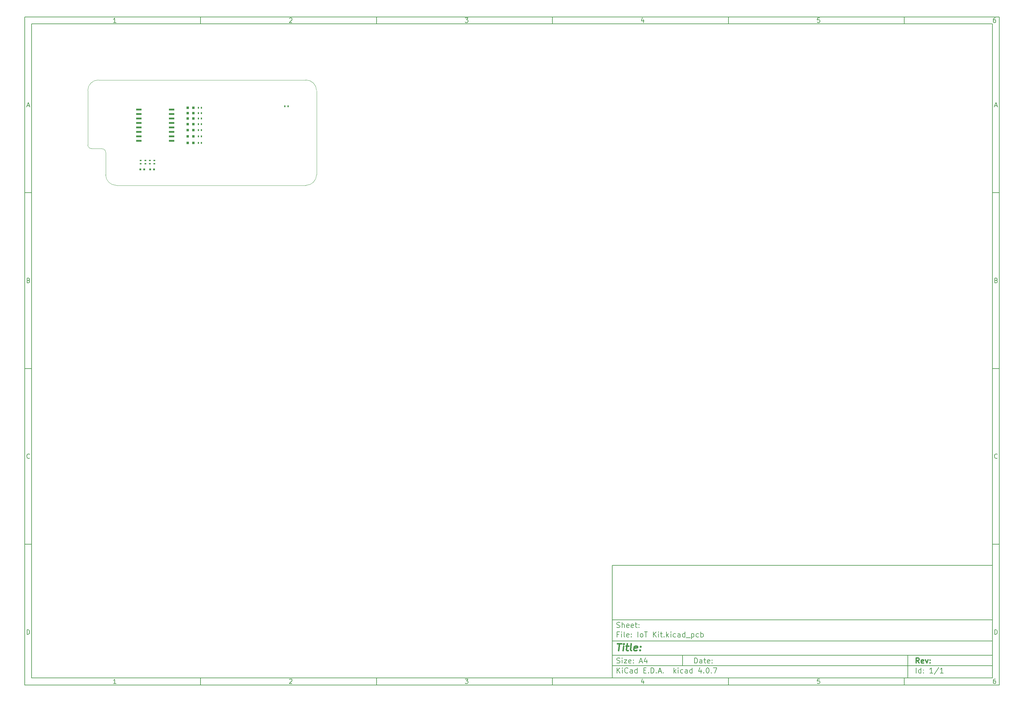
<source format=gbr>
G04 #@! TF.FileFunction,Paste,Top*
%FSLAX46Y46*%
G04 Gerber Fmt 4.6, Leading zero omitted, Abs format (unit mm)*
G04 Created by KiCad (PCBNEW 4.0.7) date Thursday 07 December 2017 'o51' 11:51:57*
%MOMM*%
%LPD*%
G01*
G04 APERTURE LIST*
%ADD10C,0.100000*%
%ADD11C,0.150000*%
%ADD12C,0.300000*%
%ADD13C,0.400000*%
%ADD14R,1.500000X0.600000*%
%ADD15R,0.600000X0.500000*%
%ADD16R,0.800000X0.800000*%
%ADD17R,0.600000X0.400000*%
%ADD18R,0.400000X0.600000*%
G04 APERTURE END LIST*
D10*
D11*
X177002200Y-166007200D02*
X177002200Y-198007200D01*
X285002200Y-198007200D01*
X285002200Y-166007200D01*
X177002200Y-166007200D01*
D10*
D11*
X10000000Y-10000000D02*
X10000000Y-200007200D01*
X287002200Y-200007200D01*
X287002200Y-10000000D01*
X10000000Y-10000000D01*
D10*
D11*
X12000000Y-12000000D02*
X12000000Y-198007200D01*
X285002200Y-198007200D01*
X285002200Y-12000000D01*
X12000000Y-12000000D01*
D10*
D11*
X60000000Y-12000000D02*
X60000000Y-10000000D01*
D10*
D11*
X110000000Y-12000000D02*
X110000000Y-10000000D01*
D10*
D11*
X160000000Y-12000000D02*
X160000000Y-10000000D01*
D10*
D11*
X210000000Y-12000000D02*
X210000000Y-10000000D01*
D10*
D11*
X260000000Y-12000000D02*
X260000000Y-10000000D01*
D10*
D11*
X35990476Y-11588095D02*
X35247619Y-11588095D01*
X35619048Y-11588095D02*
X35619048Y-10288095D01*
X35495238Y-10473810D01*
X35371429Y-10597619D01*
X35247619Y-10659524D01*
D10*
D11*
X85247619Y-10411905D02*
X85309524Y-10350000D01*
X85433333Y-10288095D01*
X85742857Y-10288095D01*
X85866667Y-10350000D01*
X85928571Y-10411905D01*
X85990476Y-10535714D01*
X85990476Y-10659524D01*
X85928571Y-10845238D01*
X85185714Y-11588095D01*
X85990476Y-11588095D01*
D10*
D11*
X135185714Y-10288095D02*
X135990476Y-10288095D01*
X135557143Y-10783333D01*
X135742857Y-10783333D01*
X135866667Y-10845238D01*
X135928571Y-10907143D01*
X135990476Y-11030952D01*
X135990476Y-11340476D01*
X135928571Y-11464286D01*
X135866667Y-11526190D01*
X135742857Y-11588095D01*
X135371429Y-11588095D01*
X135247619Y-11526190D01*
X135185714Y-11464286D01*
D10*
D11*
X185866667Y-10721429D02*
X185866667Y-11588095D01*
X185557143Y-10226190D02*
X185247619Y-11154762D01*
X186052381Y-11154762D01*
D10*
D11*
X235928571Y-10288095D02*
X235309524Y-10288095D01*
X235247619Y-10907143D01*
X235309524Y-10845238D01*
X235433333Y-10783333D01*
X235742857Y-10783333D01*
X235866667Y-10845238D01*
X235928571Y-10907143D01*
X235990476Y-11030952D01*
X235990476Y-11340476D01*
X235928571Y-11464286D01*
X235866667Y-11526190D01*
X235742857Y-11588095D01*
X235433333Y-11588095D01*
X235309524Y-11526190D01*
X235247619Y-11464286D01*
D10*
D11*
X285866667Y-10288095D02*
X285619048Y-10288095D01*
X285495238Y-10350000D01*
X285433333Y-10411905D01*
X285309524Y-10597619D01*
X285247619Y-10845238D01*
X285247619Y-11340476D01*
X285309524Y-11464286D01*
X285371429Y-11526190D01*
X285495238Y-11588095D01*
X285742857Y-11588095D01*
X285866667Y-11526190D01*
X285928571Y-11464286D01*
X285990476Y-11340476D01*
X285990476Y-11030952D01*
X285928571Y-10907143D01*
X285866667Y-10845238D01*
X285742857Y-10783333D01*
X285495238Y-10783333D01*
X285371429Y-10845238D01*
X285309524Y-10907143D01*
X285247619Y-11030952D01*
D10*
D11*
X60000000Y-198007200D02*
X60000000Y-200007200D01*
D10*
D11*
X110000000Y-198007200D02*
X110000000Y-200007200D01*
D10*
D11*
X160000000Y-198007200D02*
X160000000Y-200007200D01*
D10*
D11*
X210000000Y-198007200D02*
X210000000Y-200007200D01*
D10*
D11*
X260000000Y-198007200D02*
X260000000Y-200007200D01*
D10*
D11*
X35990476Y-199595295D02*
X35247619Y-199595295D01*
X35619048Y-199595295D02*
X35619048Y-198295295D01*
X35495238Y-198481010D01*
X35371429Y-198604819D01*
X35247619Y-198666724D01*
D10*
D11*
X85247619Y-198419105D02*
X85309524Y-198357200D01*
X85433333Y-198295295D01*
X85742857Y-198295295D01*
X85866667Y-198357200D01*
X85928571Y-198419105D01*
X85990476Y-198542914D01*
X85990476Y-198666724D01*
X85928571Y-198852438D01*
X85185714Y-199595295D01*
X85990476Y-199595295D01*
D10*
D11*
X135185714Y-198295295D02*
X135990476Y-198295295D01*
X135557143Y-198790533D01*
X135742857Y-198790533D01*
X135866667Y-198852438D01*
X135928571Y-198914343D01*
X135990476Y-199038152D01*
X135990476Y-199347676D01*
X135928571Y-199471486D01*
X135866667Y-199533390D01*
X135742857Y-199595295D01*
X135371429Y-199595295D01*
X135247619Y-199533390D01*
X135185714Y-199471486D01*
D10*
D11*
X185866667Y-198728629D02*
X185866667Y-199595295D01*
X185557143Y-198233390D02*
X185247619Y-199161962D01*
X186052381Y-199161962D01*
D10*
D11*
X235928571Y-198295295D02*
X235309524Y-198295295D01*
X235247619Y-198914343D01*
X235309524Y-198852438D01*
X235433333Y-198790533D01*
X235742857Y-198790533D01*
X235866667Y-198852438D01*
X235928571Y-198914343D01*
X235990476Y-199038152D01*
X235990476Y-199347676D01*
X235928571Y-199471486D01*
X235866667Y-199533390D01*
X235742857Y-199595295D01*
X235433333Y-199595295D01*
X235309524Y-199533390D01*
X235247619Y-199471486D01*
D10*
D11*
X285866667Y-198295295D02*
X285619048Y-198295295D01*
X285495238Y-198357200D01*
X285433333Y-198419105D01*
X285309524Y-198604819D01*
X285247619Y-198852438D01*
X285247619Y-199347676D01*
X285309524Y-199471486D01*
X285371429Y-199533390D01*
X285495238Y-199595295D01*
X285742857Y-199595295D01*
X285866667Y-199533390D01*
X285928571Y-199471486D01*
X285990476Y-199347676D01*
X285990476Y-199038152D01*
X285928571Y-198914343D01*
X285866667Y-198852438D01*
X285742857Y-198790533D01*
X285495238Y-198790533D01*
X285371429Y-198852438D01*
X285309524Y-198914343D01*
X285247619Y-199038152D01*
D10*
D11*
X10000000Y-60000000D02*
X12000000Y-60000000D01*
D10*
D11*
X10000000Y-110000000D02*
X12000000Y-110000000D01*
D10*
D11*
X10000000Y-160000000D02*
X12000000Y-160000000D01*
D10*
D11*
X10690476Y-35216667D02*
X11309524Y-35216667D01*
X10566667Y-35588095D02*
X11000000Y-34288095D01*
X11433333Y-35588095D01*
D10*
D11*
X11092857Y-84907143D02*
X11278571Y-84969048D01*
X11340476Y-85030952D01*
X11402381Y-85154762D01*
X11402381Y-85340476D01*
X11340476Y-85464286D01*
X11278571Y-85526190D01*
X11154762Y-85588095D01*
X10659524Y-85588095D01*
X10659524Y-84288095D01*
X11092857Y-84288095D01*
X11216667Y-84350000D01*
X11278571Y-84411905D01*
X11340476Y-84535714D01*
X11340476Y-84659524D01*
X11278571Y-84783333D01*
X11216667Y-84845238D01*
X11092857Y-84907143D01*
X10659524Y-84907143D01*
D10*
D11*
X11402381Y-135464286D02*
X11340476Y-135526190D01*
X11154762Y-135588095D01*
X11030952Y-135588095D01*
X10845238Y-135526190D01*
X10721429Y-135402381D01*
X10659524Y-135278571D01*
X10597619Y-135030952D01*
X10597619Y-134845238D01*
X10659524Y-134597619D01*
X10721429Y-134473810D01*
X10845238Y-134350000D01*
X11030952Y-134288095D01*
X11154762Y-134288095D01*
X11340476Y-134350000D01*
X11402381Y-134411905D01*
D10*
D11*
X10659524Y-185588095D02*
X10659524Y-184288095D01*
X10969048Y-184288095D01*
X11154762Y-184350000D01*
X11278571Y-184473810D01*
X11340476Y-184597619D01*
X11402381Y-184845238D01*
X11402381Y-185030952D01*
X11340476Y-185278571D01*
X11278571Y-185402381D01*
X11154762Y-185526190D01*
X10969048Y-185588095D01*
X10659524Y-185588095D01*
D10*
D11*
X287002200Y-60000000D02*
X285002200Y-60000000D01*
D10*
D11*
X287002200Y-110000000D02*
X285002200Y-110000000D01*
D10*
D11*
X287002200Y-160000000D02*
X285002200Y-160000000D01*
D10*
D11*
X285692676Y-35216667D02*
X286311724Y-35216667D01*
X285568867Y-35588095D02*
X286002200Y-34288095D01*
X286435533Y-35588095D01*
D10*
D11*
X286095057Y-84907143D02*
X286280771Y-84969048D01*
X286342676Y-85030952D01*
X286404581Y-85154762D01*
X286404581Y-85340476D01*
X286342676Y-85464286D01*
X286280771Y-85526190D01*
X286156962Y-85588095D01*
X285661724Y-85588095D01*
X285661724Y-84288095D01*
X286095057Y-84288095D01*
X286218867Y-84350000D01*
X286280771Y-84411905D01*
X286342676Y-84535714D01*
X286342676Y-84659524D01*
X286280771Y-84783333D01*
X286218867Y-84845238D01*
X286095057Y-84907143D01*
X285661724Y-84907143D01*
D10*
D11*
X286404581Y-135464286D02*
X286342676Y-135526190D01*
X286156962Y-135588095D01*
X286033152Y-135588095D01*
X285847438Y-135526190D01*
X285723629Y-135402381D01*
X285661724Y-135278571D01*
X285599819Y-135030952D01*
X285599819Y-134845238D01*
X285661724Y-134597619D01*
X285723629Y-134473810D01*
X285847438Y-134350000D01*
X286033152Y-134288095D01*
X286156962Y-134288095D01*
X286342676Y-134350000D01*
X286404581Y-134411905D01*
D10*
D11*
X285661724Y-185588095D02*
X285661724Y-184288095D01*
X285971248Y-184288095D01*
X286156962Y-184350000D01*
X286280771Y-184473810D01*
X286342676Y-184597619D01*
X286404581Y-184845238D01*
X286404581Y-185030952D01*
X286342676Y-185278571D01*
X286280771Y-185402381D01*
X286156962Y-185526190D01*
X285971248Y-185588095D01*
X285661724Y-185588095D01*
D10*
D11*
X200359343Y-193785771D02*
X200359343Y-192285771D01*
X200716486Y-192285771D01*
X200930771Y-192357200D01*
X201073629Y-192500057D01*
X201145057Y-192642914D01*
X201216486Y-192928629D01*
X201216486Y-193142914D01*
X201145057Y-193428629D01*
X201073629Y-193571486D01*
X200930771Y-193714343D01*
X200716486Y-193785771D01*
X200359343Y-193785771D01*
X202502200Y-193785771D02*
X202502200Y-193000057D01*
X202430771Y-192857200D01*
X202287914Y-192785771D01*
X202002200Y-192785771D01*
X201859343Y-192857200D01*
X202502200Y-193714343D02*
X202359343Y-193785771D01*
X202002200Y-193785771D01*
X201859343Y-193714343D01*
X201787914Y-193571486D01*
X201787914Y-193428629D01*
X201859343Y-193285771D01*
X202002200Y-193214343D01*
X202359343Y-193214343D01*
X202502200Y-193142914D01*
X203002200Y-192785771D02*
X203573629Y-192785771D01*
X203216486Y-192285771D02*
X203216486Y-193571486D01*
X203287914Y-193714343D01*
X203430772Y-193785771D01*
X203573629Y-193785771D01*
X204645057Y-193714343D02*
X204502200Y-193785771D01*
X204216486Y-193785771D01*
X204073629Y-193714343D01*
X204002200Y-193571486D01*
X204002200Y-193000057D01*
X204073629Y-192857200D01*
X204216486Y-192785771D01*
X204502200Y-192785771D01*
X204645057Y-192857200D01*
X204716486Y-193000057D01*
X204716486Y-193142914D01*
X204002200Y-193285771D01*
X205359343Y-193642914D02*
X205430771Y-193714343D01*
X205359343Y-193785771D01*
X205287914Y-193714343D01*
X205359343Y-193642914D01*
X205359343Y-193785771D01*
X205359343Y-192857200D02*
X205430771Y-192928629D01*
X205359343Y-193000057D01*
X205287914Y-192928629D01*
X205359343Y-192857200D01*
X205359343Y-193000057D01*
D10*
D11*
X177002200Y-194507200D02*
X285002200Y-194507200D01*
D10*
D11*
X178359343Y-196585771D02*
X178359343Y-195085771D01*
X179216486Y-196585771D02*
X178573629Y-195728629D01*
X179216486Y-195085771D02*
X178359343Y-195942914D01*
X179859343Y-196585771D02*
X179859343Y-195585771D01*
X179859343Y-195085771D02*
X179787914Y-195157200D01*
X179859343Y-195228629D01*
X179930771Y-195157200D01*
X179859343Y-195085771D01*
X179859343Y-195228629D01*
X181430772Y-196442914D02*
X181359343Y-196514343D01*
X181145057Y-196585771D01*
X181002200Y-196585771D01*
X180787915Y-196514343D01*
X180645057Y-196371486D01*
X180573629Y-196228629D01*
X180502200Y-195942914D01*
X180502200Y-195728629D01*
X180573629Y-195442914D01*
X180645057Y-195300057D01*
X180787915Y-195157200D01*
X181002200Y-195085771D01*
X181145057Y-195085771D01*
X181359343Y-195157200D01*
X181430772Y-195228629D01*
X182716486Y-196585771D02*
X182716486Y-195800057D01*
X182645057Y-195657200D01*
X182502200Y-195585771D01*
X182216486Y-195585771D01*
X182073629Y-195657200D01*
X182716486Y-196514343D02*
X182573629Y-196585771D01*
X182216486Y-196585771D01*
X182073629Y-196514343D01*
X182002200Y-196371486D01*
X182002200Y-196228629D01*
X182073629Y-196085771D01*
X182216486Y-196014343D01*
X182573629Y-196014343D01*
X182716486Y-195942914D01*
X184073629Y-196585771D02*
X184073629Y-195085771D01*
X184073629Y-196514343D02*
X183930772Y-196585771D01*
X183645058Y-196585771D01*
X183502200Y-196514343D01*
X183430772Y-196442914D01*
X183359343Y-196300057D01*
X183359343Y-195871486D01*
X183430772Y-195728629D01*
X183502200Y-195657200D01*
X183645058Y-195585771D01*
X183930772Y-195585771D01*
X184073629Y-195657200D01*
X185930772Y-195800057D02*
X186430772Y-195800057D01*
X186645058Y-196585771D02*
X185930772Y-196585771D01*
X185930772Y-195085771D01*
X186645058Y-195085771D01*
X187287915Y-196442914D02*
X187359343Y-196514343D01*
X187287915Y-196585771D01*
X187216486Y-196514343D01*
X187287915Y-196442914D01*
X187287915Y-196585771D01*
X188002201Y-196585771D02*
X188002201Y-195085771D01*
X188359344Y-195085771D01*
X188573629Y-195157200D01*
X188716487Y-195300057D01*
X188787915Y-195442914D01*
X188859344Y-195728629D01*
X188859344Y-195942914D01*
X188787915Y-196228629D01*
X188716487Y-196371486D01*
X188573629Y-196514343D01*
X188359344Y-196585771D01*
X188002201Y-196585771D01*
X189502201Y-196442914D02*
X189573629Y-196514343D01*
X189502201Y-196585771D01*
X189430772Y-196514343D01*
X189502201Y-196442914D01*
X189502201Y-196585771D01*
X190145058Y-196157200D02*
X190859344Y-196157200D01*
X190002201Y-196585771D02*
X190502201Y-195085771D01*
X191002201Y-196585771D01*
X191502201Y-196442914D02*
X191573629Y-196514343D01*
X191502201Y-196585771D01*
X191430772Y-196514343D01*
X191502201Y-196442914D01*
X191502201Y-196585771D01*
X194502201Y-196585771D02*
X194502201Y-195085771D01*
X194645058Y-196014343D02*
X195073629Y-196585771D01*
X195073629Y-195585771D02*
X194502201Y-196157200D01*
X195716487Y-196585771D02*
X195716487Y-195585771D01*
X195716487Y-195085771D02*
X195645058Y-195157200D01*
X195716487Y-195228629D01*
X195787915Y-195157200D01*
X195716487Y-195085771D01*
X195716487Y-195228629D01*
X197073630Y-196514343D02*
X196930773Y-196585771D01*
X196645059Y-196585771D01*
X196502201Y-196514343D01*
X196430773Y-196442914D01*
X196359344Y-196300057D01*
X196359344Y-195871486D01*
X196430773Y-195728629D01*
X196502201Y-195657200D01*
X196645059Y-195585771D01*
X196930773Y-195585771D01*
X197073630Y-195657200D01*
X198359344Y-196585771D02*
X198359344Y-195800057D01*
X198287915Y-195657200D01*
X198145058Y-195585771D01*
X197859344Y-195585771D01*
X197716487Y-195657200D01*
X198359344Y-196514343D02*
X198216487Y-196585771D01*
X197859344Y-196585771D01*
X197716487Y-196514343D01*
X197645058Y-196371486D01*
X197645058Y-196228629D01*
X197716487Y-196085771D01*
X197859344Y-196014343D01*
X198216487Y-196014343D01*
X198359344Y-195942914D01*
X199716487Y-196585771D02*
X199716487Y-195085771D01*
X199716487Y-196514343D02*
X199573630Y-196585771D01*
X199287916Y-196585771D01*
X199145058Y-196514343D01*
X199073630Y-196442914D01*
X199002201Y-196300057D01*
X199002201Y-195871486D01*
X199073630Y-195728629D01*
X199145058Y-195657200D01*
X199287916Y-195585771D01*
X199573630Y-195585771D01*
X199716487Y-195657200D01*
X202216487Y-195585771D02*
X202216487Y-196585771D01*
X201859344Y-195014343D02*
X201502201Y-196085771D01*
X202430773Y-196085771D01*
X203002201Y-196442914D02*
X203073629Y-196514343D01*
X203002201Y-196585771D01*
X202930772Y-196514343D01*
X203002201Y-196442914D01*
X203002201Y-196585771D01*
X204002201Y-195085771D02*
X204145058Y-195085771D01*
X204287915Y-195157200D01*
X204359344Y-195228629D01*
X204430773Y-195371486D01*
X204502201Y-195657200D01*
X204502201Y-196014343D01*
X204430773Y-196300057D01*
X204359344Y-196442914D01*
X204287915Y-196514343D01*
X204145058Y-196585771D01*
X204002201Y-196585771D01*
X203859344Y-196514343D01*
X203787915Y-196442914D01*
X203716487Y-196300057D01*
X203645058Y-196014343D01*
X203645058Y-195657200D01*
X203716487Y-195371486D01*
X203787915Y-195228629D01*
X203859344Y-195157200D01*
X204002201Y-195085771D01*
X205145058Y-196442914D02*
X205216486Y-196514343D01*
X205145058Y-196585771D01*
X205073629Y-196514343D01*
X205145058Y-196442914D01*
X205145058Y-196585771D01*
X205716487Y-195085771D02*
X206716487Y-195085771D01*
X206073630Y-196585771D01*
D10*
D11*
X177002200Y-191507200D02*
X285002200Y-191507200D01*
D10*
D12*
X264216486Y-193785771D02*
X263716486Y-193071486D01*
X263359343Y-193785771D02*
X263359343Y-192285771D01*
X263930771Y-192285771D01*
X264073629Y-192357200D01*
X264145057Y-192428629D01*
X264216486Y-192571486D01*
X264216486Y-192785771D01*
X264145057Y-192928629D01*
X264073629Y-193000057D01*
X263930771Y-193071486D01*
X263359343Y-193071486D01*
X265430771Y-193714343D02*
X265287914Y-193785771D01*
X265002200Y-193785771D01*
X264859343Y-193714343D01*
X264787914Y-193571486D01*
X264787914Y-193000057D01*
X264859343Y-192857200D01*
X265002200Y-192785771D01*
X265287914Y-192785771D01*
X265430771Y-192857200D01*
X265502200Y-193000057D01*
X265502200Y-193142914D01*
X264787914Y-193285771D01*
X266002200Y-192785771D02*
X266359343Y-193785771D01*
X266716485Y-192785771D01*
X267287914Y-193642914D02*
X267359342Y-193714343D01*
X267287914Y-193785771D01*
X267216485Y-193714343D01*
X267287914Y-193642914D01*
X267287914Y-193785771D01*
X267287914Y-192857200D02*
X267359342Y-192928629D01*
X267287914Y-193000057D01*
X267216485Y-192928629D01*
X267287914Y-192857200D01*
X267287914Y-193000057D01*
D10*
D11*
X178287914Y-193714343D02*
X178502200Y-193785771D01*
X178859343Y-193785771D01*
X179002200Y-193714343D01*
X179073629Y-193642914D01*
X179145057Y-193500057D01*
X179145057Y-193357200D01*
X179073629Y-193214343D01*
X179002200Y-193142914D01*
X178859343Y-193071486D01*
X178573629Y-193000057D01*
X178430771Y-192928629D01*
X178359343Y-192857200D01*
X178287914Y-192714343D01*
X178287914Y-192571486D01*
X178359343Y-192428629D01*
X178430771Y-192357200D01*
X178573629Y-192285771D01*
X178930771Y-192285771D01*
X179145057Y-192357200D01*
X179787914Y-193785771D02*
X179787914Y-192785771D01*
X179787914Y-192285771D02*
X179716485Y-192357200D01*
X179787914Y-192428629D01*
X179859342Y-192357200D01*
X179787914Y-192285771D01*
X179787914Y-192428629D01*
X180359343Y-192785771D02*
X181145057Y-192785771D01*
X180359343Y-193785771D01*
X181145057Y-193785771D01*
X182287914Y-193714343D02*
X182145057Y-193785771D01*
X181859343Y-193785771D01*
X181716486Y-193714343D01*
X181645057Y-193571486D01*
X181645057Y-193000057D01*
X181716486Y-192857200D01*
X181859343Y-192785771D01*
X182145057Y-192785771D01*
X182287914Y-192857200D01*
X182359343Y-193000057D01*
X182359343Y-193142914D01*
X181645057Y-193285771D01*
X183002200Y-193642914D02*
X183073628Y-193714343D01*
X183002200Y-193785771D01*
X182930771Y-193714343D01*
X183002200Y-193642914D01*
X183002200Y-193785771D01*
X183002200Y-192857200D02*
X183073628Y-192928629D01*
X183002200Y-193000057D01*
X182930771Y-192928629D01*
X183002200Y-192857200D01*
X183002200Y-193000057D01*
X184787914Y-193357200D02*
X185502200Y-193357200D01*
X184645057Y-193785771D02*
X185145057Y-192285771D01*
X185645057Y-193785771D01*
X186787914Y-192785771D02*
X186787914Y-193785771D01*
X186430771Y-192214343D02*
X186073628Y-193285771D01*
X187002200Y-193285771D01*
D10*
D11*
X263359343Y-196585771D02*
X263359343Y-195085771D01*
X264716486Y-196585771D02*
X264716486Y-195085771D01*
X264716486Y-196514343D02*
X264573629Y-196585771D01*
X264287915Y-196585771D01*
X264145057Y-196514343D01*
X264073629Y-196442914D01*
X264002200Y-196300057D01*
X264002200Y-195871486D01*
X264073629Y-195728629D01*
X264145057Y-195657200D01*
X264287915Y-195585771D01*
X264573629Y-195585771D01*
X264716486Y-195657200D01*
X265430772Y-196442914D02*
X265502200Y-196514343D01*
X265430772Y-196585771D01*
X265359343Y-196514343D01*
X265430772Y-196442914D01*
X265430772Y-196585771D01*
X265430772Y-195657200D02*
X265502200Y-195728629D01*
X265430772Y-195800057D01*
X265359343Y-195728629D01*
X265430772Y-195657200D01*
X265430772Y-195800057D01*
X268073629Y-196585771D02*
X267216486Y-196585771D01*
X267645058Y-196585771D02*
X267645058Y-195085771D01*
X267502201Y-195300057D01*
X267359343Y-195442914D01*
X267216486Y-195514343D01*
X269787914Y-195014343D02*
X268502200Y-196942914D01*
X271073629Y-196585771D02*
X270216486Y-196585771D01*
X270645058Y-196585771D02*
X270645058Y-195085771D01*
X270502201Y-195300057D01*
X270359343Y-195442914D01*
X270216486Y-195514343D01*
D10*
D11*
X177002200Y-187507200D02*
X285002200Y-187507200D01*
D10*
D13*
X178454581Y-188211962D02*
X179597438Y-188211962D01*
X178776010Y-190211962D02*
X179026010Y-188211962D01*
X180014105Y-190211962D02*
X180180771Y-188878629D01*
X180264105Y-188211962D02*
X180156962Y-188307200D01*
X180240295Y-188402438D01*
X180347439Y-188307200D01*
X180264105Y-188211962D01*
X180240295Y-188402438D01*
X180847438Y-188878629D02*
X181609343Y-188878629D01*
X181216486Y-188211962D02*
X181002200Y-189926248D01*
X181073630Y-190116724D01*
X181252201Y-190211962D01*
X181442677Y-190211962D01*
X182395058Y-190211962D02*
X182216487Y-190116724D01*
X182145057Y-189926248D01*
X182359343Y-188211962D01*
X183930772Y-190116724D02*
X183728391Y-190211962D01*
X183347439Y-190211962D01*
X183168867Y-190116724D01*
X183097438Y-189926248D01*
X183192676Y-189164343D01*
X183311724Y-188973867D01*
X183514105Y-188878629D01*
X183895057Y-188878629D01*
X184073629Y-188973867D01*
X184145057Y-189164343D01*
X184121248Y-189354819D01*
X183145057Y-189545295D01*
X184895057Y-190021486D02*
X184978392Y-190116724D01*
X184871248Y-190211962D01*
X184787915Y-190116724D01*
X184895057Y-190021486D01*
X184871248Y-190211962D01*
X185026010Y-188973867D02*
X185109344Y-189069105D01*
X185002200Y-189164343D01*
X184918867Y-189069105D01*
X185026010Y-188973867D01*
X185002200Y-189164343D01*
D10*
D11*
X178859343Y-185600057D02*
X178359343Y-185600057D01*
X178359343Y-186385771D02*
X178359343Y-184885771D01*
X179073629Y-184885771D01*
X179645057Y-186385771D02*
X179645057Y-185385771D01*
X179645057Y-184885771D02*
X179573628Y-184957200D01*
X179645057Y-185028629D01*
X179716485Y-184957200D01*
X179645057Y-184885771D01*
X179645057Y-185028629D01*
X180573629Y-186385771D02*
X180430771Y-186314343D01*
X180359343Y-186171486D01*
X180359343Y-184885771D01*
X181716485Y-186314343D02*
X181573628Y-186385771D01*
X181287914Y-186385771D01*
X181145057Y-186314343D01*
X181073628Y-186171486D01*
X181073628Y-185600057D01*
X181145057Y-185457200D01*
X181287914Y-185385771D01*
X181573628Y-185385771D01*
X181716485Y-185457200D01*
X181787914Y-185600057D01*
X181787914Y-185742914D01*
X181073628Y-185885771D01*
X182430771Y-186242914D02*
X182502199Y-186314343D01*
X182430771Y-186385771D01*
X182359342Y-186314343D01*
X182430771Y-186242914D01*
X182430771Y-186385771D01*
X182430771Y-185457200D02*
X182502199Y-185528629D01*
X182430771Y-185600057D01*
X182359342Y-185528629D01*
X182430771Y-185457200D01*
X182430771Y-185600057D01*
X184287914Y-186385771D02*
X184287914Y-184885771D01*
X185216486Y-186385771D02*
X185073628Y-186314343D01*
X185002200Y-186242914D01*
X184930771Y-186100057D01*
X184930771Y-185671486D01*
X185002200Y-185528629D01*
X185073628Y-185457200D01*
X185216486Y-185385771D01*
X185430771Y-185385771D01*
X185573628Y-185457200D01*
X185645057Y-185528629D01*
X185716486Y-185671486D01*
X185716486Y-186100057D01*
X185645057Y-186242914D01*
X185573628Y-186314343D01*
X185430771Y-186385771D01*
X185216486Y-186385771D01*
X186145057Y-184885771D02*
X187002200Y-184885771D01*
X186573629Y-186385771D02*
X186573629Y-184885771D01*
X188645057Y-186385771D02*
X188645057Y-184885771D01*
X189502200Y-186385771D02*
X188859343Y-185528629D01*
X189502200Y-184885771D02*
X188645057Y-185742914D01*
X190145057Y-186385771D02*
X190145057Y-185385771D01*
X190145057Y-184885771D02*
X190073628Y-184957200D01*
X190145057Y-185028629D01*
X190216485Y-184957200D01*
X190145057Y-184885771D01*
X190145057Y-185028629D01*
X190645057Y-185385771D02*
X191216486Y-185385771D01*
X190859343Y-184885771D02*
X190859343Y-186171486D01*
X190930771Y-186314343D01*
X191073629Y-186385771D01*
X191216486Y-186385771D01*
X191716486Y-186242914D02*
X191787914Y-186314343D01*
X191716486Y-186385771D01*
X191645057Y-186314343D01*
X191716486Y-186242914D01*
X191716486Y-186385771D01*
X192430772Y-186385771D02*
X192430772Y-184885771D01*
X192573629Y-185814343D02*
X193002200Y-186385771D01*
X193002200Y-185385771D02*
X192430772Y-185957200D01*
X193645058Y-186385771D02*
X193645058Y-185385771D01*
X193645058Y-184885771D02*
X193573629Y-184957200D01*
X193645058Y-185028629D01*
X193716486Y-184957200D01*
X193645058Y-184885771D01*
X193645058Y-185028629D01*
X195002201Y-186314343D02*
X194859344Y-186385771D01*
X194573630Y-186385771D01*
X194430772Y-186314343D01*
X194359344Y-186242914D01*
X194287915Y-186100057D01*
X194287915Y-185671486D01*
X194359344Y-185528629D01*
X194430772Y-185457200D01*
X194573630Y-185385771D01*
X194859344Y-185385771D01*
X195002201Y-185457200D01*
X196287915Y-186385771D02*
X196287915Y-185600057D01*
X196216486Y-185457200D01*
X196073629Y-185385771D01*
X195787915Y-185385771D01*
X195645058Y-185457200D01*
X196287915Y-186314343D02*
X196145058Y-186385771D01*
X195787915Y-186385771D01*
X195645058Y-186314343D01*
X195573629Y-186171486D01*
X195573629Y-186028629D01*
X195645058Y-185885771D01*
X195787915Y-185814343D01*
X196145058Y-185814343D01*
X196287915Y-185742914D01*
X197645058Y-186385771D02*
X197645058Y-184885771D01*
X197645058Y-186314343D02*
X197502201Y-186385771D01*
X197216487Y-186385771D01*
X197073629Y-186314343D01*
X197002201Y-186242914D01*
X196930772Y-186100057D01*
X196930772Y-185671486D01*
X197002201Y-185528629D01*
X197073629Y-185457200D01*
X197216487Y-185385771D01*
X197502201Y-185385771D01*
X197645058Y-185457200D01*
X198002201Y-186528629D02*
X199145058Y-186528629D01*
X199502201Y-185385771D02*
X199502201Y-186885771D01*
X199502201Y-185457200D02*
X199645058Y-185385771D01*
X199930772Y-185385771D01*
X200073629Y-185457200D01*
X200145058Y-185528629D01*
X200216487Y-185671486D01*
X200216487Y-186100057D01*
X200145058Y-186242914D01*
X200073629Y-186314343D01*
X199930772Y-186385771D01*
X199645058Y-186385771D01*
X199502201Y-186314343D01*
X201502201Y-186314343D02*
X201359344Y-186385771D01*
X201073630Y-186385771D01*
X200930772Y-186314343D01*
X200859344Y-186242914D01*
X200787915Y-186100057D01*
X200787915Y-185671486D01*
X200859344Y-185528629D01*
X200930772Y-185457200D01*
X201073630Y-185385771D01*
X201359344Y-185385771D01*
X201502201Y-185457200D01*
X202145058Y-186385771D02*
X202145058Y-184885771D01*
X202145058Y-185457200D02*
X202287915Y-185385771D01*
X202573629Y-185385771D01*
X202716486Y-185457200D01*
X202787915Y-185528629D01*
X202859344Y-185671486D01*
X202859344Y-186100057D01*
X202787915Y-186242914D01*
X202716486Y-186314343D01*
X202573629Y-186385771D01*
X202287915Y-186385771D01*
X202145058Y-186314343D01*
D10*
D11*
X177002200Y-181507200D02*
X285002200Y-181507200D01*
D10*
D11*
X178287914Y-183614343D02*
X178502200Y-183685771D01*
X178859343Y-183685771D01*
X179002200Y-183614343D01*
X179073629Y-183542914D01*
X179145057Y-183400057D01*
X179145057Y-183257200D01*
X179073629Y-183114343D01*
X179002200Y-183042914D01*
X178859343Y-182971486D01*
X178573629Y-182900057D01*
X178430771Y-182828629D01*
X178359343Y-182757200D01*
X178287914Y-182614343D01*
X178287914Y-182471486D01*
X178359343Y-182328629D01*
X178430771Y-182257200D01*
X178573629Y-182185771D01*
X178930771Y-182185771D01*
X179145057Y-182257200D01*
X179787914Y-183685771D02*
X179787914Y-182185771D01*
X180430771Y-183685771D02*
X180430771Y-182900057D01*
X180359342Y-182757200D01*
X180216485Y-182685771D01*
X180002200Y-182685771D01*
X179859342Y-182757200D01*
X179787914Y-182828629D01*
X181716485Y-183614343D02*
X181573628Y-183685771D01*
X181287914Y-183685771D01*
X181145057Y-183614343D01*
X181073628Y-183471486D01*
X181073628Y-182900057D01*
X181145057Y-182757200D01*
X181287914Y-182685771D01*
X181573628Y-182685771D01*
X181716485Y-182757200D01*
X181787914Y-182900057D01*
X181787914Y-183042914D01*
X181073628Y-183185771D01*
X183002199Y-183614343D02*
X182859342Y-183685771D01*
X182573628Y-183685771D01*
X182430771Y-183614343D01*
X182359342Y-183471486D01*
X182359342Y-182900057D01*
X182430771Y-182757200D01*
X182573628Y-182685771D01*
X182859342Y-182685771D01*
X183002199Y-182757200D01*
X183073628Y-182900057D01*
X183073628Y-183042914D01*
X182359342Y-183185771D01*
X183502199Y-182685771D02*
X184073628Y-182685771D01*
X183716485Y-182185771D02*
X183716485Y-183471486D01*
X183787913Y-183614343D01*
X183930771Y-183685771D01*
X184073628Y-183685771D01*
X184573628Y-183542914D02*
X184645056Y-183614343D01*
X184573628Y-183685771D01*
X184502199Y-183614343D01*
X184573628Y-183542914D01*
X184573628Y-183685771D01*
X184573628Y-182757200D02*
X184645056Y-182828629D01*
X184573628Y-182900057D01*
X184502199Y-182828629D01*
X184573628Y-182757200D01*
X184573628Y-182900057D01*
D10*
D11*
X197002200Y-191507200D02*
X197002200Y-194507200D01*
D10*
D11*
X261002200Y-191507200D02*
X261002200Y-198007200D01*
D10*
X92964000Y-30988000D02*
X92964000Y-54864000D01*
X92940000Y-30932000D02*
G75*
G03X89940000Y-27932000I-3000000J0D01*
G01*
X89940000Y-57897000D02*
G75*
G03X92940000Y-54897000I0J3000000D01*
G01*
X36068000Y-57912000D02*
X89916000Y-57912000D01*
X33020000Y-48514000D02*
G75*
G03X32004000Y-47498000I-1016000J0D01*
G01*
X33020000Y-54991000D02*
X33020000Y-48514000D01*
X27940000Y-30962600D02*
X27940000Y-46456600D01*
X30940000Y-27932000D02*
X89940000Y-27932000D01*
X30940000Y-27932000D02*
G75*
G03X27940000Y-30932000I0J-3000000D01*
G01*
X27940000Y-46432000D02*
G75*
G03X28940000Y-47432000I1000000J0D01*
G01*
X33020000Y-54897000D02*
G75*
G03X36020000Y-57897000I3000000J0D01*
G01*
X28940000Y-47432000D02*
X31940000Y-47432000D01*
D14*
X42467000Y-36322000D03*
X42467000Y-37592000D03*
X42467000Y-38862000D03*
X42467000Y-40132000D03*
X42467000Y-41402000D03*
X42467000Y-42672000D03*
X42467000Y-43942000D03*
X42467000Y-45212000D03*
X51767000Y-45212000D03*
X51767000Y-43942000D03*
X51767000Y-42672000D03*
X51767000Y-41402000D03*
X51767000Y-40132000D03*
X51767000Y-38862000D03*
X51767000Y-37592000D03*
X51767000Y-36322000D03*
D15*
X43984000Y-53340000D03*
X42884000Y-53340000D03*
X46778000Y-53340000D03*
X45678000Y-53340000D03*
D16*
X56350000Y-45847000D03*
X57950000Y-45847000D03*
X56350000Y-43942000D03*
X57950000Y-43942000D03*
X56350000Y-42164000D03*
X57950000Y-42164000D03*
X56350000Y-40513000D03*
X57950000Y-40513000D03*
X56350000Y-38862000D03*
X57950000Y-38862000D03*
X56350000Y-37338000D03*
X57950000Y-37338000D03*
X56350000Y-35814000D03*
X57950000Y-35814000D03*
D17*
X42926000Y-51758000D03*
X42926000Y-50858000D03*
X44323000Y-50858000D03*
X44323000Y-51758000D03*
D18*
X59367000Y-45847000D03*
X60267000Y-45847000D03*
D17*
X45593000Y-50858000D03*
X45593000Y-51758000D03*
D18*
X59367000Y-43942000D03*
X60267000Y-43942000D03*
D17*
X46863000Y-50858000D03*
X46863000Y-51758000D03*
D18*
X59367000Y-42164000D03*
X60267000Y-42164000D03*
X59367000Y-40513000D03*
X60267000Y-40513000D03*
X59367000Y-38862000D03*
X60267000Y-38862000D03*
X59367000Y-37338000D03*
X60267000Y-37338000D03*
X59367000Y-35814000D03*
X60267000Y-35814000D03*
X84854200Y-35433000D03*
X83954200Y-35433000D03*
M02*

</source>
